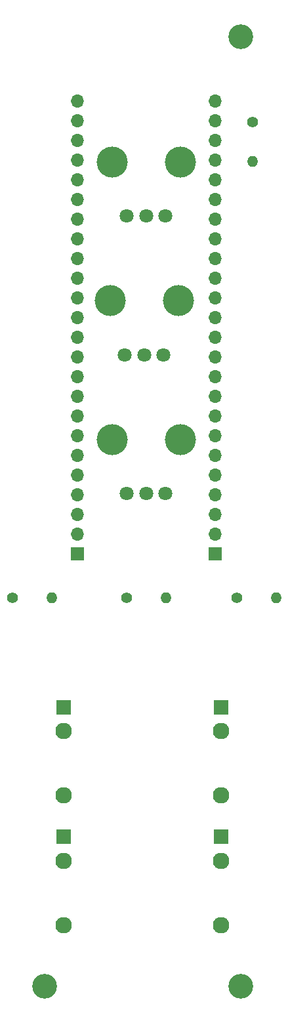
<source format=gbr>
%TF.GenerationSoftware,KiCad,Pcbnew,(5.99.0-9637-g1c773bc137)*%
%TF.CreationDate,2021-03-08T11:41:17+01:00*%
%TF.ProjectId,europa,6575726f-7061-42e6-9b69-6361645f7063,rev?*%
%TF.SameCoordinates,Original*%
%TF.FileFunction,Soldermask,Bot*%
%TF.FilePolarity,Negative*%
%FSLAX46Y46*%
G04 Gerber Fmt 4.6, Leading zero omitted, Abs format (unit mm)*
G04 Created by KiCad (PCBNEW (5.99.0-9637-g1c773bc137)) date 2021-03-08 11:41:17*
%MOMM*%
%LPD*%
G01*
G04 APERTURE LIST*
%ADD10C,3.200000*%
%ADD11C,4.000000*%
%ADD12C,1.800000*%
%ADD13R,1.930000X1.830000*%
%ADD14C,2.130000*%
%ADD15C,1.400000*%
%ADD16O,1.400000X1.400000*%
%ADD17R,1.700000X1.700000*%
%ADD18O,1.700000X1.700000*%
G04 APERTURE END LIST*
D10*
%TO.C,REF\u002A\u002A*%
X114334000Y-22582000D03*
X114334000Y-145082000D03*
X89034000Y-145082000D03*
%TD*%
D11*
%TO.C,TARGET1*%
X97454000Y-56610600D03*
X106254000Y-56610600D03*
D12*
X104354000Y-63610600D03*
X101854000Y-63610600D03*
X99354000Y-63610600D03*
%TD*%
D13*
%TO.C,J4*%
X111760000Y-109082800D03*
D14*
X111760000Y-120482800D03*
X111760000Y-112182800D03*
%TD*%
D11*
%TO.C,SWING1*%
X106508000Y-74517600D03*
X97708000Y-74517600D03*
D12*
X104608000Y-81517600D03*
X102108000Y-81517600D03*
X99608000Y-81517600D03*
%TD*%
D11*
%TO.C,BALL1*%
X106508000Y-38703600D03*
X97708000Y-38703600D03*
D12*
X104608000Y-45703600D03*
X102108000Y-45703600D03*
X99608000Y-45703600D03*
%TD*%
D13*
%TO.C,J6*%
X111760000Y-125780800D03*
D14*
X111760000Y-137180800D03*
X111760000Y-128880800D03*
%TD*%
D15*
%TO.C,R4*%
X113792000Y-94996000D03*
D16*
X118872000Y-94996000D03*
%TD*%
D15*
%TO.C,R1*%
X115824000Y-33557600D03*
D16*
X115824000Y-38637600D03*
%TD*%
D13*
%TO.C,J3*%
X91440000Y-109082800D03*
D14*
X91440000Y-120482800D03*
X91440000Y-112182800D03*
%TD*%
D15*
%TO.C,R3*%
X99568000Y-94996000D03*
D16*
X104648000Y-94996000D03*
%TD*%
D15*
%TO.C,R2*%
X84836000Y-94996000D03*
D16*
X89916000Y-94996000D03*
%TD*%
D17*
%TO.C,J1*%
X111000000Y-89255600D03*
D18*
X111000000Y-86715600D03*
X111000000Y-84175600D03*
X111000000Y-81635600D03*
X111000000Y-79095600D03*
X111000000Y-76555600D03*
X111000000Y-74015600D03*
X111000000Y-71475600D03*
X111000000Y-68935600D03*
X111000000Y-66395600D03*
X111000000Y-63855600D03*
X111000000Y-61315600D03*
X111000000Y-58775600D03*
X111000000Y-56235600D03*
X111000000Y-53695600D03*
X111000000Y-51155600D03*
X111000000Y-48615600D03*
X111000000Y-46075600D03*
X111000000Y-43535600D03*
X111000000Y-40995600D03*
X111000000Y-38455600D03*
X111000000Y-35915600D03*
X111000000Y-33375600D03*
X111000000Y-30835600D03*
%TD*%
D13*
%TO.C,J5*%
X91440000Y-125780800D03*
D14*
X91440000Y-137180800D03*
X91440000Y-128880800D03*
%TD*%
D17*
%TO.C,J2*%
X93220000Y-89255600D03*
D18*
X93220000Y-86715600D03*
X93220000Y-84175600D03*
X93220000Y-81635600D03*
X93220000Y-79095600D03*
X93220000Y-76555600D03*
X93220000Y-74015600D03*
X93220000Y-71475600D03*
X93220000Y-68935600D03*
X93220000Y-66395600D03*
X93220000Y-63855600D03*
X93220000Y-61315600D03*
X93220000Y-58775600D03*
X93220000Y-56235600D03*
X93220000Y-53695600D03*
X93220000Y-51155600D03*
X93220000Y-48615600D03*
X93220000Y-46075600D03*
X93220000Y-43535600D03*
X93220000Y-40995600D03*
X93220000Y-38455600D03*
X93220000Y-35915600D03*
X93220000Y-33375600D03*
X93220000Y-30835600D03*
%TD*%
M02*

</source>
